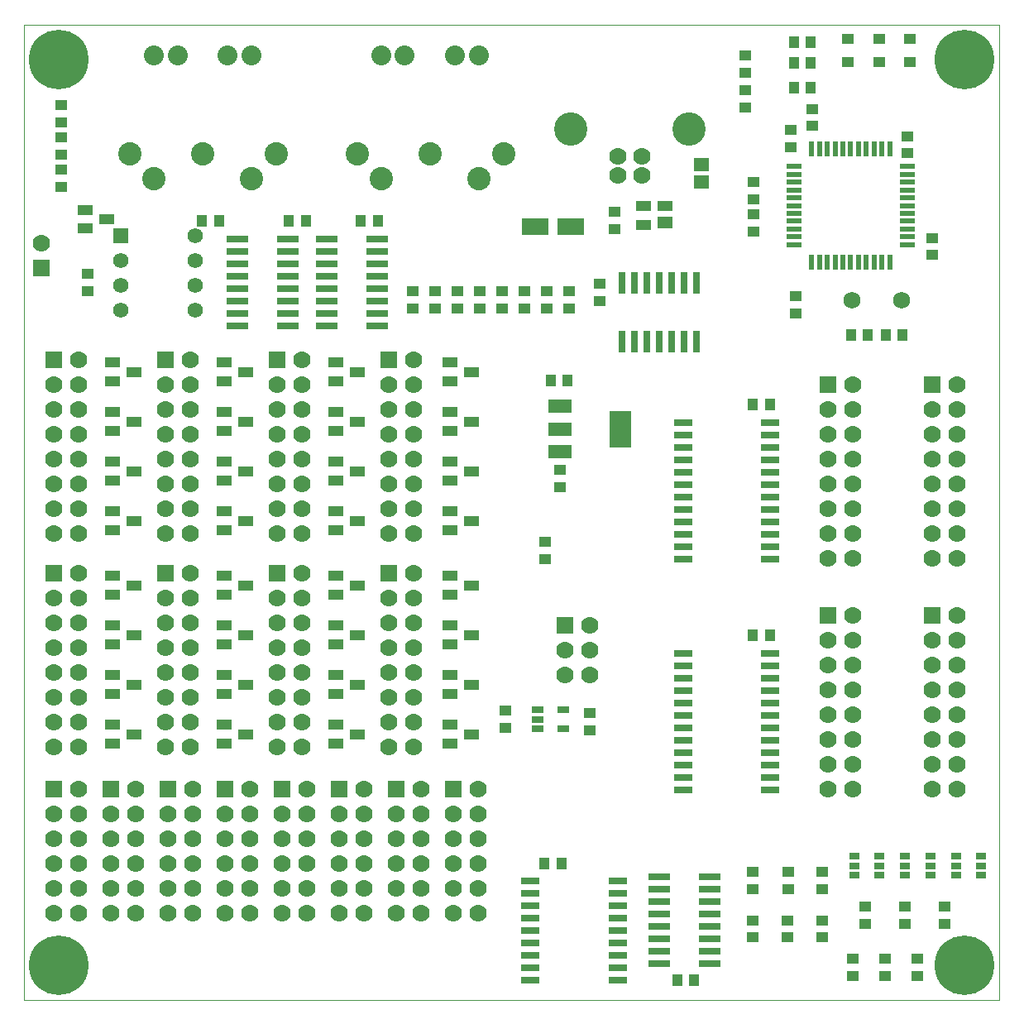
<source format=gts>
G75*
%MOIN*%
%OFA0B0*%
%FSLAX25Y25*%
%IPPOS*%
%LPD*%
%AMOC8*
5,1,8,0,0,1.08239X$1,22.5*
%
%ADD10C,0.00000*%
%ADD11C,0.07000*%
%ADD12C,0.13400*%
%ADD13R,0.07487X0.02762*%
%ADD14R,0.09061X0.02762*%
%ADD15C,0.09400*%
%ADD16C,0.08000*%
%ADD17R,0.05912X0.04337*%
%ADD18R,0.06306X0.02369*%
%ADD19R,0.02369X0.06306*%
%ADD20R,0.09200X0.05200*%
%ADD21R,0.09061X0.14573*%
%ADD22R,0.04731X0.04337*%
%ADD23R,0.04337X0.04731*%
%ADD24R,0.05124X0.04250*%
%ADD25R,0.04298X0.03117*%
%ADD26C,0.06900*%
%ADD27R,0.07000X0.07000*%
%ADD28R,0.05124X0.02565*%
%ADD29R,0.06200X0.06200*%
%ADD30C,0.06200*%
%ADD31R,0.10636X0.06699*%
%ADD32R,0.06069X0.04337*%
%ADD33R,0.06069X0.05124*%
%ADD34R,0.06306X0.05518*%
%ADD35R,0.02998X0.09061*%
%ADD36C,0.24022*%
D10*
X0001500Y0001500D02*
X0001500Y0394500D01*
X0394500Y0394500D01*
X0394500Y0001500D01*
X0001500Y0001500D01*
D11*
X0013500Y0036500D03*
X0013500Y0046500D03*
X0023500Y0046500D03*
X0023500Y0036500D03*
X0036500Y0036500D03*
X0036500Y0046500D03*
X0046500Y0046500D03*
X0046500Y0036500D03*
X0059500Y0036500D03*
X0059500Y0046500D03*
X0069500Y0046500D03*
X0069500Y0036500D03*
X0082500Y0036500D03*
X0082500Y0046500D03*
X0082500Y0056500D03*
X0082500Y0066500D03*
X0082500Y0076500D03*
X0092500Y0076500D03*
X0092500Y0086500D03*
X0105500Y0076500D03*
X0105500Y0066500D03*
X0105500Y0056500D03*
X0105500Y0046500D03*
X0105500Y0036500D03*
X0115500Y0036500D03*
X0115500Y0046500D03*
X0115500Y0056500D03*
X0115500Y0066500D03*
X0115500Y0076500D03*
X0115500Y0086500D03*
X0128500Y0076500D03*
X0138500Y0076500D03*
X0138500Y0086500D03*
X0151500Y0076500D03*
X0161500Y0076500D03*
X0161500Y0086500D03*
X0174500Y0076500D03*
X0184500Y0076500D03*
X0184500Y0086500D03*
X0184500Y0066500D03*
X0184500Y0056500D03*
X0174500Y0056500D03*
X0174500Y0066500D03*
X0161500Y0066500D03*
X0161500Y0056500D03*
X0151500Y0056500D03*
X0151500Y0066500D03*
X0138500Y0066500D03*
X0138500Y0056500D03*
X0128500Y0056500D03*
X0128500Y0066500D03*
X0128500Y0046500D03*
X0128500Y0036500D03*
X0138500Y0036500D03*
X0138500Y0046500D03*
X0151500Y0046500D03*
X0151500Y0036500D03*
X0161500Y0036500D03*
X0161500Y0046500D03*
X0174500Y0046500D03*
X0174500Y0036500D03*
X0184500Y0036500D03*
X0184500Y0046500D03*
X0158500Y0103500D03*
X0158500Y0113500D03*
X0158500Y0123500D03*
X0158500Y0133500D03*
X0158500Y0143500D03*
X0158500Y0153500D03*
X0158500Y0163500D03*
X0158500Y0173500D03*
X0148500Y0163500D03*
X0148500Y0153500D03*
X0148500Y0143500D03*
X0148500Y0133500D03*
X0148500Y0123500D03*
X0148500Y0113500D03*
X0148500Y0103500D03*
X0113500Y0103500D03*
X0113500Y0113500D03*
X0103500Y0113500D03*
X0103500Y0103500D03*
X0103500Y0123500D03*
X0103500Y0133500D03*
X0113500Y0133500D03*
X0113500Y0123500D03*
X0113500Y0143500D03*
X0113500Y0153500D03*
X0103500Y0153500D03*
X0103500Y0143500D03*
X0103500Y0163500D03*
X0113500Y0163500D03*
X0113500Y0173500D03*
X0113500Y0189500D03*
X0103500Y0189500D03*
X0103500Y0199500D03*
X0103500Y0209500D03*
X0113500Y0209500D03*
X0113500Y0199500D03*
X0113500Y0219500D03*
X0113500Y0229500D03*
X0103500Y0229500D03*
X0103500Y0219500D03*
X0103500Y0239500D03*
X0113500Y0239500D03*
X0113500Y0249500D03*
X0113500Y0259500D03*
X0103500Y0249500D03*
X0068500Y0249500D03*
X0068500Y0259500D03*
X0058500Y0249500D03*
X0058500Y0239500D03*
X0058500Y0229500D03*
X0058500Y0219500D03*
X0058500Y0209500D03*
X0058500Y0199500D03*
X0058500Y0189500D03*
X0068500Y0189500D03*
X0068500Y0199500D03*
X0068500Y0209500D03*
X0068500Y0219500D03*
X0068500Y0229500D03*
X0068500Y0239500D03*
X0023500Y0239500D03*
X0013500Y0239500D03*
X0013500Y0229500D03*
X0013500Y0219500D03*
X0023500Y0219500D03*
X0023500Y0229500D03*
X0023500Y0209500D03*
X0023500Y0199500D03*
X0013500Y0199500D03*
X0013500Y0209500D03*
X0013500Y0189500D03*
X0023500Y0189500D03*
X0023500Y0173500D03*
X0023500Y0163500D03*
X0013500Y0163500D03*
X0013500Y0153500D03*
X0013500Y0143500D03*
X0023500Y0143500D03*
X0023500Y0153500D03*
X0023500Y0133500D03*
X0023500Y0123500D03*
X0013500Y0123500D03*
X0013500Y0133500D03*
X0013500Y0113500D03*
X0013500Y0103500D03*
X0023500Y0103500D03*
X0023500Y0113500D03*
X0023500Y0086500D03*
X0023500Y0076500D03*
X0013500Y0076500D03*
X0013500Y0066500D03*
X0013500Y0056500D03*
X0023500Y0056500D03*
X0023500Y0066500D03*
X0036500Y0066500D03*
X0036500Y0056500D03*
X0046500Y0056500D03*
X0046500Y0066500D03*
X0046500Y0076500D03*
X0046500Y0086500D03*
X0036500Y0076500D03*
X0059500Y0076500D03*
X0069500Y0076500D03*
X0069500Y0086500D03*
X0068500Y0103500D03*
X0068500Y0113500D03*
X0068500Y0123500D03*
X0068500Y0133500D03*
X0068500Y0143500D03*
X0068500Y0153500D03*
X0068500Y0163500D03*
X0068500Y0173500D03*
X0058500Y0163500D03*
X0058500Y0153500D03*
X0058500Y0143500D03*
X0058500Y0133500D03*
X0058500Y0123500D03*
X0058500Y0113500D03*
X0058500Y0103500D03*
X0059500Y0066500D03*
X0059500Y0056500D03*
X0069500Y0056500D03*
X0069500Y0066500D03*
X0092500Y0066500D03*
X0092500Y0056500D03*
X0092500Y0046500D03*
X0092500Y0036500D03*
X0219500Y0132500D03*
X0219500Y0142500D03*
X0229500Y0142500D03*
X0229500Y0132500D03*
X0229500Y0152500D03*
X0158500Y0189500D03*
X0158500Y0199500D03*
X0158500Y0209500D03*
X0158500Y0219500D03*
X0158500Y0229500D03*
X0158500Y0239500D03*
X0158500Y0249500D03*
X0158500Y0259500D03*
X0148500Y0249500D03*
X0148500Y0239500D03*
X0148500Y0229500D03*
X0148500Y0219500D03*
X0148500Y0209500D03*
X0148500Y0199500D03*
X0148500Y0189500D03*
X0023500Y0249500D03*
X0023500Y0259500D03*
X0013500Y0249500D03*
X0008500Y0306500D03*
X0240579Y0333700D03*
X0240579Y0341500D03*
X0250421Y0341500D03*
X0250421Y0333700D03*
X0335500Y0249500D03*
X0335500Y0239500D03*
X0325500Y0239500D03*
X0325500Y0229500D03*
X0325500Y0219500D03*
X0335500Y0219500D03*
X0335500Y0229500D03*
X0335500Y0209500D03*
X0335500Y0199500D03*
X0325500Y0199500D03*
X0325500Y0209500D03*
X0325500Y0189500D03*
X0325500Y0179500D03*
X0335500Y0179500D03*
X0335500Y0189500D03*
X0367500Y0189500D03*
X0367500Y0179500D03*
X0377500Y0179500D03*
X0377500Y0189500D03*
X0377500Y0199500D03*
X0377500Y0209500D03*
X0377500Y0219500D03*
X0377500Y0229500D03*
X0377500Y0239500D03*
X0377500Y0249500D03*
X0367500Y0239500D03*
X0367500Y0229500D03*
X0367500Y0219500D03*
X0367500Y0209500D03*
X0367500Y0199500D03*
X0377500Y0156500D03*
X0377500Y0146500D03*
X0377500Y0136500D03*
X0377500Y0126500D03*
X0377500Y0116500D03*
X0377500Y0106500D03*
X0377500Y0096500D03*
X0377500Y0086500D03*
X0367500Y0086500D03*
X0367500Y0096500D03*
X0367500Y0106500D03*
X0367500Y0116500D03*
X0367500Y0126500D03*
X0367500Y0136500D03*
X0367500Y0146500D03*
X0335500Y0146500D03*
X0335500Y0136500D03*
X0325500Y0136500D03*
X0325500Y0146500D03*
X0335500Y0156500D03*
X0335500Y0126500D03*
X0335500Y0116500D03*
X0325500Y0116500D03*
X0325500Y0126500D03*
X0325500Y0106500D03*
X0325500Y0096500D03*
X0335500Y0096500D03*
X0335500Y0106500D03*
X0335500Y0086500D03*
X0325500Y0086500D03*
D12*
X0269200Y0352200D03*
X0221800Y0352200D03*
D13*
X0266882Y0234000D03*
X0266882Y0229000D03*
X0266882Y0224000D03*
X0266882Y0219000D03*
X0266882Y0214000D03*
X0266882Y0209000D03*
X0266882Y0204000D03*
X0266882Y0199000D03*
X0266882Y0194000D03*
X0266882Y0189000D03*
X0266882Y0184000D03*
X0266882Y0179000D03*
X0302118Y0179000D03*
X0302118Y0184000D03*
X0302118Y0189000D03*
X0302118Y0194000D03*
X0302118Y0199000D03*
X0302118Y0204000D03*
X0302118Y0209000D03*
X0302118Y0214000D03*
X0302118Y0219000D03*
X0302118Y0224000D03*
X0302118Y0229000D03*
X0302118Y0234000D03*
X0302118Y0141000D03*
X0302118Y0136000D03*
X0302118Y0131000D03*
X0302118Y0126000D03*
X0302118Y0121000D03*
X0302118Y0116000D03*
X0302118Y0111000D03*
X0302118Y0106000D03*
X0302118Y0101000D03*
X0302118Y0096000D03*
X0302118Y0091000D03*
X0302118Y0086000D03*
X0266882Y0086000D03*
X0266882Y0091000D03*
X0266882Y0096000D03*
X0266882Y0101000D03*
X0266882Y0106000D03*
X0266882Y0111000D03*
X0266882Y0116000D03*
X0266882Y0121000D03*
X0266882Y0126000D03*
X0266882Y0131000D03*
X0266882Y0136000D03*
X0266882Y0141000D03*
X0240618Y0049500D03*
X0240618Y0044500D03*
X0240618Y0039500D03*
X0240618Y0034500D03*
X0240618Y0029500D03*
X0240618Y0024500D03*
X0240618Y0019500D03*
X0240618Y0014500D03*
X0240618Y0009500D03*
X0205382Y0009500D03*
X0205382Y0014500D03*
X0205382Y0019500D03*
X0205382Y0024500D03*
X0205382Y0029500D03*
X0205382Y0034500D03*
X0205382Y0039500D03*
X0205382Y0044500D03*
X0205382Y0049500D03*
D14*
X0257264Y0051000D03*
X0257264Y0046000D03*
X0257264Y0041000D03*
X0257264Y0036000D03*
X0257264Y0031000D03*
X0257264Y0026000D03*
X0257264Y0021000D03*
X0257264Y0016000D03*
X0277736Y0016000D03*
X0277736Y0021000D03*
X0277736Y0026000D03*
X0277736Y0031000D03*
X0277736Y0036000D03*
X0277736Y0041000D03*
X0277736Y0046000D03*
X0277736Y0051000D03*
X0143736Y0273000D03*
X0143736Y0278000D03*
X0143736Y0283000D03*
X0143736Y0288000D03*
X0143736Y0293000D03*
X0143736Y0298000D03*
X0143736Y0303000D03*
X0143736Y0308000D03*
X0123264Y0308000D03*
X0123264Y0303000D03*
X0123264Y0298000D03*
X0123264Y0293000D03*
X0123264Y0288000D03*
X0123264Y0283000D03*
X0123264Y0278000D03*
X0123264Y0273000D03*
X0107736Y0273000D03*
X0107736Y0278000D03*
X0107736Y0283000D03*
X0107736Y0288000D03*
X0107736Y0293000D03*
X0107736Y0298000D03*
X0107736Y0303000D03*
X0107736Y0308000D03*
X0087264Y0308000D03*
X0087264Y0303000D03*
X0087264Y0298000D03*
X0087264Y0293000D03*
X0087264Y0288000D03*
X0087264Y0283000D03*
X0087264Y0278000D03*
X0087264Y0273000D03*
D15*
X0093135Y0332306D03*
X0103135Y0342227D03*
X0073489Y0342187D03*
X0053765Y0332266D03*
X0044040Y0342227D03*
X0135540Y0342227D03*
X0145265Y0332266D03*
X0164989Y0342187D03*
X0184635Y0332306D03*
X0194635Y0342227D03*
D16*
X0184635Y0382027D03*
X0174935Y0382027D03*
X0154835Y0382027D03*
X0145235Y0382027D03*
X0093135Y0382027D03*
X0083435Y0382027D03*
X0063335Y0382027D03*
X0053735Y0382027D03*
D17*
X0026169Y0319740D03*
X0026169Y0312260D03*
X0034831Y0316000D03*
X0037169Y0258240D03*
X0037169Y0250760D03*
X0045831Y0254500D03*
X0037169Y0238240D03*
X0037169Y0230760D03*
X0045831Y0234500D03*
X0037169Y0218240D03*
X0037169Y0210760D03*
X0045831Y0214500D03*
X0037169Y0198240D03*
X0037169Y0190760D03*
X0045831Y0194500D03*
X0037169Y0172240D03*
X0037169Y0164760D03*
X0045831Y0168500D03*
X0037169Y0152240D03*
X0037169Y0144760D03*
X0045831Y0148500D03*
X0037169Y0132240D03*
X0037169Y0124760D03*
X0045831Y0128500D03*
X0037169Y0112240D03*
X0037169Y0104760D03*
X0045831Y0108500D03*
X0082169Y0104760D03*
X0082169Y0112240D03*
X0090831Y0108500D03*
X0082169Y0124760D03*
X0082169Y0132240D03*
X0090831Y0128500D03*
X0082169Y0144760D03*
X0082169Y0152240D03*
X0090831Y0148500D03*
X0082169Y0164760D03*
X0082169Y0172240D03*
X0090831Y0168500D03*
X0082169Y0190760D03*
X0082169Y0198240D03*
X0090831Y0194500D03*
X0082169Y0210760D03*
X0082169Y0218240D03*
X0090831Y0214500D03*
X0082169Y0230760D03*
X0082169Y0238240D03*
X0090831Y0234500D03*
X0082169Y0250760D03*
X0082169Y0258240D03*
X0090831Y0254500D03*
X0127169Y0250760D03*
X0127169Y0258240D03*
X0135831Y0254500D03*
X0127169Y0238240D03*
X0127169Y0230760D03*
X0135831Y0234500D03*
X0127169Y0218240D03*
X0127169Y0210760D03*
X0135831Y0214500D03*
X0127169Y0198240D03*
X0127169Y0190760D03*
X0135831Y0194500D03*
X0127169Y0172240D03*
X0127169Y0164760D03*
X0135831Y0168500D03*
X0127169Y0152240D03*
X0127169Y0144760D03*
X0135831Y0148500D03*
X0127169Y0132240D03*
X0127169Y0124760D03*
X0135831Y0128500D03*
X0127169Y0112240D03*
X0127169Y0104760D03*
X0135831Y0108500D03*
X0173169Y0104760D03*
X0173169Y0112240D03*
X0181831Y0108500D03*
X0173169Y0124760D03*
X0173169Y0132240D03*
X0181831Y0128500D03*
X0173169Y0144760D03*
X0173169Y0152240D03*
X0181831Y0148500D03*
X0173169Y0164760D03*
X0173169Y0172240D03*
X0181831Y0168500D03*
X0173169Y0190760D03*
X0173169Y0198240D03*
X0181831Y0194500D03*
X0173169Y0210760D03*
X0173169Y0218240D03*
X0181831Y0214500D03*
X0173169Y0230760D03*
X0173169Y0238240D03*
X0181831Y0234500D03*
X0173169Y0250760D03*
X0173169Y0258240D03*
X0181831Y0254500D03*
D18*
X0311665Y0305752D03*
X0311665Y0308902D03*
X0311665Y0312051D03*
X0311665Y0315201D03*
X0311665Y0318350D03*
X0311665Y0321500D03*
X0311665Y0324650D03*
X0311665Y0327799D03*
X0311665Y0330949D03*
X0311665Y0334098D03*
X0311665Y0337248D03*
X0357335Y0337248D03*
X0357335Y0334098D03*
X0357335Y0330949D03*
X0357335Y0327799D03*
X0357335Y0324650D03*
X0357335Y0321500D03*
X0357335Y0318350D03*
X0357335Y0315201D03*
X0357335Y0312051D03*
X0357335Y0308902D03*
X0357335Y0305752D03*
D19*
X0350248Y0298665D03*
X0347098Y0298665D03*
X0343949Y0298665D03*
X0340799Y0298665D03*
X0337650Y0298665D03*
X0334500Y0298665D03*
X0331350Y0298665D03*
X0328201Y0298665D03*
X0325051Y0298665D03*
X0321902Y0298665D03*
X0318752Y0298665D03*
X0318752Y0344335D03*
X0321902Y0344335D03*
X0325051Y0344335D03*
X0328201Y0344335D03*
X0331350Y0344335D03*
X0334500Y0344335D03*
X0337650Y0344335D03*
X0340799Y0344335D03*
X0343949Y0344335D03*
X0347098Y0344335D03*
X0350248Y0344335D03*
D20*
X0217300Y0240600D03*
X0217300Y0231500D03*
X0217300Y0222400D03*
D21*
X0241701Y0231500D03*
D22*
X0217500Y0214846D03*
X0217500Y0208154D03*
X0211500Y0185846D03*
X0211500Y0179154D03*
X0195500Y0117846D03*
X0195500Y0111154D03*
X0229500Y0110154D03*
X0229500Y0116846D03*
X0295000Y0052846D03*
X0295000Y0046154D03*
X0295000Y0033346D03*
X0295000Y0026654D03*
X0309000Y0026654D03*
X0309000Y0033346D03*
X0309500Y0046154D03*
X0309500Y0052846D03*
X0323000Y0052846D03*
X0323000Y0046154D03*
X0323000Y0033346D03*
X0323000Y0026654D03*
X0335500Y0017846D03*
X0335500Y0011154D03*
X0348500Y0011154D03*
X0348500Y0017846D03*
X0361500Y0017846D03*
X0361500Y0011154D03*
X0356500Y0032154D03*
X0356500Y0038846D03*
X0372500Y0038846D03*
X0372500Y0032154D03*
X0340500Y0032154D03*
X0340500Y0038846D03*
X0312500Y0278154D03*
X0312500Y0284846D03*
X0295500Y0311154D03*
X0295500Y0317846D03*
X0295500Y0324154D03*
X0295500Y0330846D03*
X0310500Y0345154D03*
X0310500Y0351846D03*
X0319000Y0353654D03*
X0319000Y0360346D03*
X0292000Y0361154D03*
X0292000Y0367846D03*
X0292000Y0375154D03*
X0292000Y0381846D03*
X0239500Y0318846D03*
X0239500Y0312154D03*
X0233500Y0289846D03*
X0233500Y0283154D03*
X0221000Y0280154D03*
X0221000Y0286846D03*
X0212000Y0286846D03*
X0212000Y0280154D03*
X0203000Y0280154D03*
X0203000Y0286846D03*
X0194000Y0286846D03*
X0194000Y0280154D03*
X0185000Y0280154D03*
X0185000Y0286846D03*
X0176000Y0286846D03*
X0176000Y0280154D03*
X0167000Y0280154D03*
X0167000Y0286846D03*
X0158000Y0286846D03*
X0158000Y0280154D03*
X0027000Y0287154D03*
X0027000Y0293846D03*
X0016500Y0329154D03*
X0016500Y0335846D03*
X0016500Y0342154D03*
X0016500Y0348846D03*
X0016500Y0355154D03*
X0016500Y0361846D03*
X0357500Y0349346D03*
X0357500Y0342654D03*
X0367500Y0308346D03*
X0367500Y0301654D03*
D23*
X0355346Y0269500D03*
X0348654Y0269500D03*
X0341346Y0269500D03*
X0334654Y0269500D03*
X0301846Y0241500D03*
X0295154Y0241500D03*
X0220346Y0251000D03*
X0213654Y0251000D03*
X0143846Y0315500D03*
X0137154Y0315500D03*
X0114846Y0315500D03*
X0108154Y0315500D03*
X0079846Y0315500D03*
X0073154Y0315500D03*
X0295154Y0148500D03*
X0301846Y0148500D03*
X0217846Y0056500D03*
X0211154Y0056500D03*
X0264654Y0009500D03*
X0271346Y0009500D03*
X0311654Y0369000D03*
X0318346Y0369000D03*
X0318346Y0379000D03*
X0311654Y0379000D03*
X0311654Y0387500D03*
X0318346Y0387500D03*
D24*
X0333500Y0388626D03*
X0333500Y0379356D03*
X0346000Y0379356D03*
X0346000Y0388626D03*
X0358500Y0388626D03*
X0358500Y0379356D03*
D25*
X0356382Y0059240D03*
X0356382Y0055500D03*
X0356382Y0051760D03*
X0346118Y0051760D03*
X0346118Y0055500D03*
X0346118Y0059240D03*
X0335882Y0059240D03*
X0335882Y0055500D03*
X0335882Y0051760D03*
X0366618Y0051760D03*
X0366618Y0055500D03*
X0366618Y0059240D03*
X0376882Y0059240D03*
X0376882Y0055500D03*
X0376882Y0051760D03*
X0387118Y0051760D03*
X0387118Y0055500D03*
X0387118Y0059240D03*
D26*
X0355000Y0283500D03*
X0335000Y0283500D03*
D27*
X0325500Y0249500D03*
X0367500Y0249500D03*
X0367500Y0156500D03*
X0325500Y0156500D03*
X0219500Y0152500D03*
X0174500Y0086500D03*
X0151500Y0086500D03*
X0128500Y0086500D03*
X0105500Y0086500D03*
X0082500Y0086500D03*
X0059500Y0086500D03*
X0036500Y0086500D03*
X0013500Y0086500D03*
X0013500Y0173500D03*
X0058500Y0173500D03*
X0103500Y0173500D03*
X0148500Y0173500D03*
X0148500Y0259500D03*
X0103500Y0259500D03*
X0058500Y0259500D03*
X0013500Y0259500D03*
X0008500Y0296500D03*
D28*
X0208382Y0118240D03*
X0208382Y0114500D03*
X0208382Y0110760D03*
X0218618Y0110760D03*
X0218618Y0118240D03*
D29*
X0040500Y0309500D03*
D30*
X0040500Y0299500D03*
X0040500Y0289500D03*
X0040500Y0279500D03*
X0070500Y0279500D03*
X0070500Y0289500D03*
X0070500Y0299500D03*
X0070500Y0309500D03*
D31*
X0207413Y0313000D03*
X0221587Y0313000D03*
D32*
X0251169Y0313760D03*
X0251169Y0321240D03*
X0259831Y0321240D03*
D33*
X0259831Y0314547D03*
D34*
X0274500Y0331154D03*
X0274500Y0337846D03*
D35*
X0272500Y0290311D03*
X0267500Y0290311D03*
X0262500Y0290311D03*
X0257500Y0290311D03*
X0252500Y0290311D03*
X0247500Y0290311D03*
X0242500Y0290311D03*
X0242500Y0266689D03*
X0247500Y0266689D03*
X0252500Y0266689D03*
X0257500Y0266689D03*
X0262500Y0266689D03*
X0267500Y0266689D03*
X0272500Y0266689D03*
D36*
X0380500Y0380500D03*
X0380500Y0015500D03*
X0015500Y0015500D03*
X0015500Y0380500D03*
M02*

</source>
